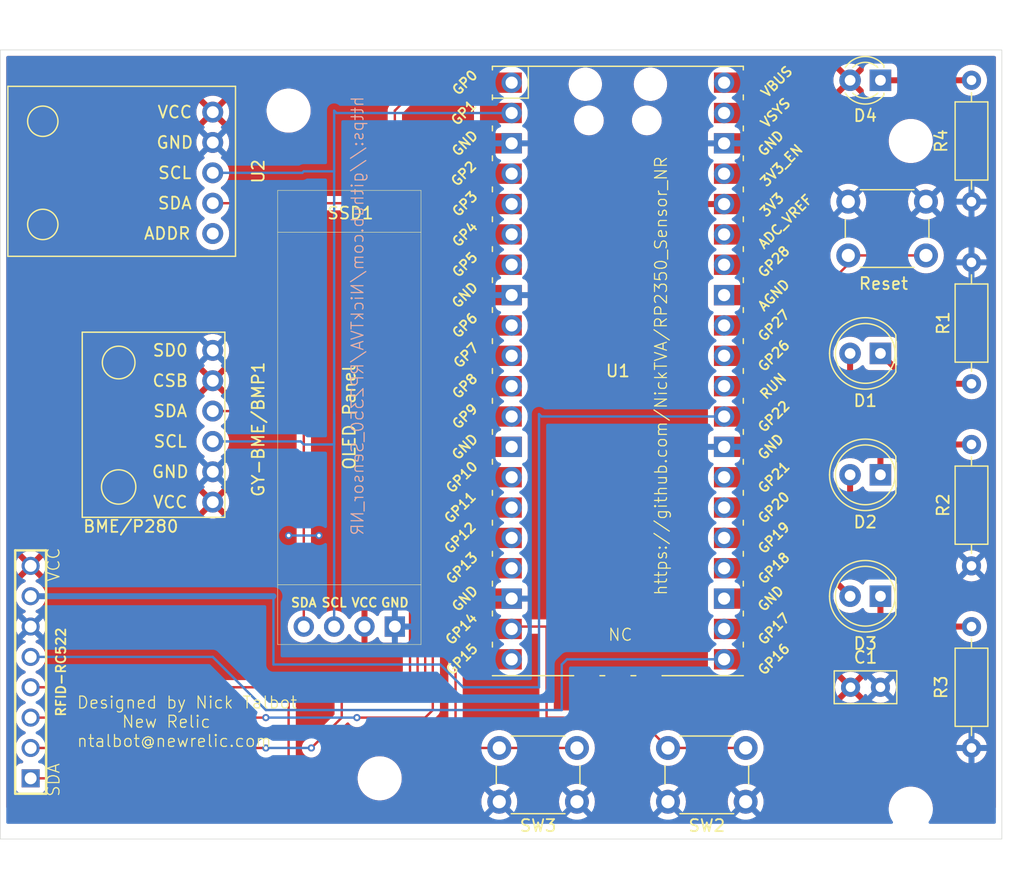
<source format=kicad_pcb>
(kicad_pcb (version 20240108) (generator "pcbnew") (generator_version "8.0")
  (layers (0 "F.Cu" signal) (31 "B.Cu" signal) (34 "B.Paste" user) (35 "F.Paste" user) (36 "B.SilkS" user "B.Silkscreen") (37 "F.SilkS" user "F.Silkscreen") (38 "B.Mask" user) (39 "F.Mask" user) (44 "Edge.Cuts" user))
  (net 0 "")
  (net 1 "Net-(D1-K)")
  (net 2 "Net-(D1-A)")
  (net 3 "Net-(D2-K)")
  (net 4 "Net-(D2-A)")
  (net 5 "Net-(D3-K)")
  (net 6 "Net-(D3-A)")
  (net 7 "Net-(D4-K)")
  (net 8 "+3.3V")
  (net 9 "/SDA")
  (net 10 "/SCL")
  (net 11 "GND")
  (net 12 "Net-(U1-RUN)")
  (net 13 "Net-(U1-GPIO14)")
  (net 14 "Net-(U1-GPIO15)")
  (net 36 "/MISO")
  (net 37 "/RFID_IRQ")
  (net 38 "/RFID_SDA")
  (net 39 "/RFID_RST")
  (net 40 "/MOSI")
  (net 41 "/RFID_SCK")
  (footprint "Resistor_THT:R_Axial_DIN0207_L6.3mm_D2.5mm_P10.16mm_Horizontal" (layer "F.Cu") (at 220.98 99.06 -90)
    (property "Reference" "R3")
    (property "Value" "R")
  )
  (footprint "Resistor_THT:R_Axial_DIN0207_L6.3mm_D2.5mm_P10.16mm_Horizontal" (layer "F.Cu") (at 220.98 78.74 90)
    (property "Reference" "R1")
    (property "Value" "R")
  )
  (footprint "Capacitor_THT:C_Disc_D5.0mm_W2.5mm_P2.50mm" (layer "F.Cu") (at 210.86 104.14)
    (property "Reference" "C1")
    (property "Value" "C")
  )
  (footprint "usini_sensors:module_bme280" (layer "F.Cu") (at 152.4 76.2 180)
    (property "Reference" "GY-BME/BMP1")
    (property "Value" "~")
  )
  (footprint "KiCad-SSD1306-0.91-OLED-4pin-128x32:SSD1306-0.91-OLED-4pin-128x32" (layer "F.Cu") (at 162.91 100.56 90)
    (property "Reference" "SSD1")
    (property "Value" "~")
  )
  (footprint "MountingHole:MountingHole_3.2mm_M3" (layer "F.Cu") (at 171.45 111.76)
    (property "Reference" "REF**" (hide yes))
    (property "Value" "MountingHole_3.2mm_M3")
  )
  (footprint "RFID-RC522:RFID-RC522" (layer "F.Cu") (at 142.24 102.87 90)
    (property "Reference" "RFID-RC522")
    (property "Value" "RFID-RC522")
    (property "VALUE" "" (hide yes))
  )
  (footprint "MountingHole:MountingHole_3.2mm_M3" (layer "F.Cu") (at 215.9 114.3)
    (property "Reference" "REF**" (hide yes))
    (property "Value" "MountingHole_3.2mm_M3")
  )
  (footprint "Resistor_THT:R_Axial_DIN0207_L6.3mm_D2.5mm_P10.16mm_Horizontal" (layer "F.Cu") (at 220.98 53.34 -90)
    (property "Reference" "R4")
    (property "Value" "R")
  )
  (footprint "MountingHole:MountingHole_3.2mm_M3" (layer "F.Cu") (at 215.9 58.42)
    (property "Reference" "REF**" (hide yes))
    (property "Value" "MountingHole_3.2mm_M3")
  )
  (footprint "LED_THT:LED_D5.0mm" (layer "F.Cu") (at 213.36 76.2 180)
    (property "Reference" "D1")
    (property "Value" "G-LED")
  )
  (footprint "LED_THT:LED_D5.0mm" (layer "F.Cu") (at 213.36 86.36 180)
    (property "Reference" "D2")
    (property "Value" "Y-LED")
  )
  (footprint "LED_THT:LED_D5.0mm" (layer "F.Cu") (at 213.36 96.52 180)
    (property "Reference" "D3")
    (property "Value" "R-LED")
  )
  (footprint "MCU_RaspberryPi_and_Boards:RPi_Pico_SMD_TH" (layer "F.Cu") (at 191.385 77.67)
    (property "Reference" "U1")
    (property "Value" "Pico")
  )
  (footprint "MountingHole:MountingHole_3.2mm_M3" (layer "F.Cu") (at 163.83 55.88)
    (property "Reference" "REF**" (hide yes))
    (property "Value" "MountingHole_3.2mm_M3")
  )
  (footprint "LED_THT:LED_D3.0mm" (layer "F.Cu") (at 213.36 53.34 180)
    (property "Reference" "D4")
    (property "Value" "PWR_LED")
  )
  (footprint "Button_Switch_THT:SW_PUSH_6mm" (layer "F.Cu") (at 217.17 68 180)
    (property "Reference" "Reset")
    (property "Value" "SW_Push")
  )
  (footprint "Resistor_THT:R_Axial_DIN0207_L6.3mm_D2.5mm_P10.16mm_Horizontal" (layer "F.Cu") (at 220.98 93.98 90)
    (property "Reference" "R2")
    (property "Value" "R")
  )
  (footprint "Button_Switch_THT:SW_PUSH_6mm" (layer "F.Cu") (at 202.08 113.72 180)
    (property "Reference" "SW2")
    (property "Value" "SW_Push")
  )
  (footprint "usini_sensors:module_bh1750" (layer "F.Cu") (at 157.48 56.007 180)
    (property "Reference" "U2")
    (property "Value" "module_bh1750")
  )
  (footprint "Button_Switch_THT:SW_PUSH_6mm" (layer "F.Cu") (at 187.96 113.72 180)
    (property "Reference" "SW3")
    (property "Value" "SW_Push")
  )
  (gr_rect (start 139.7 50.8) (end 223.52 116.84) (stroke (width 0.05)) (fill none) (layer "Edge.Cuts"))
  (gr_text "https://github.com/NickTVA/RP2350_Sensor_NR" (at 170.18 54.61 90) (layer "B.SilkS") (effects (font (size 1 1) (thickness 0.1)) (justify left bottom mirror)))
  (gr_text "NC" (at 190.5 100.33 0) (layer "F.SilkS") (effects (font (size 1 1) (thickness 0.1)) (justify left bottom)))
  (gr_text "Designed by Nick Talbot\n	New Relic\nntalbot@newrelic.com" (at 146.05 109.22 0) (layer "F.SilkS") (effects (font (size 1 1) (thickness 0.1)) (justify left bottom)))
  (gr_text "https://github.com/NickTVA/RP2350_Sensor_NR" (at 195.58 96.52 90) (layer "F.SilkS") (effects (font (size 1 1) (thickness 0.1)) (justify left bottom)))
  (segment (start 217.17 78.74) (end 220.98 78.74) (width 0.5) (layer "F.Cu") (net 1))
  (segment (start 214.63 77.47) (end 215.9 77.47) (width 0.5) (layer "F.Cu") (net 1))
  (segment (start 213.36 76.2) (end 214.63 77.47) (width 0.5) (layer "F.Cu") (net 1))
  (segment (start 215.9 77.47) (end 217.17 78.74) (width 0.5) (layer "F.Cu") (net 1))
  (segment (start 204.27 86.56) (end 200.275 86.56) (width 0.5) (layer "F.Cu") (net 2))
  (segment (start 210.82 76.2) (end 210.82 81.28) (width 0.5) (layer "F.Cu") (net 2))
  (segment (start 207.01 83.82) (end 204.27 86.56) (width 0.5) (layer "F.Cu") (net 2))
  (segment (start 210.82 81.28) (end 208.28 83.82) (width 0.5) (layer "F.Cu") (net 2))
  (segment (start 208.28 83.82) (end 207.01 83.82) (width 0.5) (layer "F.Cu") (net 2))
  (segment (start 213.36 86.36) (end 213.36 83.82) (width 0.5) (layer "F.Cu") (net 3))
  (segment (start 213.36 83.82) (end 220.98 83.82) (width 0.5) (layer "F.Cu") (net 3))
  (segment (start 210.62 89.1) (end 200.275 89.1) (width 0.5) (layer "F.Cu") (net 4))
  (segment (start 210.82 88.9) (end 210.62 89.1) (width 0.5) (layer "F.Cu") (net 4))
  (segment (start 210.82 86.36) (end 210.82 88.9) (width 0.5) (layer "F.Cu") (net 4))
  (segment (start 213.36 96.52) (end 213.36 99.06) (width 0.5) (layer "F.Cu") (net 5))
  (segment (start 213.36 99.06) (end 220.98 99.06) (width 0.5) (layer "F.Cu") (net 5))
  (segment (start 210.82 96.52) (end 205.94 91.64) (width 0.5) (layer "F.Cu") (net 6))
  (segment (start 205.94 91.64) (end 200.275 91.64) (width 0.5) (layer "F.Cu") (net 6))
  (segment (start 213.36 53.34) (end 220.98 53.34) (width 0.5) (layer "F.Cu") (net 7))
  (segment (start 205.74 58.42) (end 205.74 63.5) (width 0.5) (layer "F.Cu") (net 8))
  (segment (start 210.82 53.34) (end 205.74 58.42) (width 0.5) (layer "F.Cu") (net 8))
  (segment (start 205.54 63.7) (end 200.275 63.7) (width 0.5) (layer "F.Cu") (net 8))
  (segment (start 205.74 63.5) (end 205.54 63.7) (width 0.5) (layer "F.Cu") (net 8))
  (via (at 163.83 91.44) (size 0.6) (drill 0.3) (layers "F.Cu" "B.Cu") (net 8))
  (via (at 166.37 91.44) (size 0.6) (drill 0.3) (layers "F.Cu" "B.Cu") (net 8))
  (segment (start 163.83 91.44) (end 166.37 91.44) (width 0.2) (layer "B.Cu") (net 8))
  (segment (start 165.1 81.28) (end 165.1 99.06) (width 0.2) (layer "F.Cu") (net 9))
  (segment (start 165.1 63.627) (end 157.48 63.627) (width 0.2) (layer "F.Cu") (net 9))
  (segment (start 164.846 81.026) (end 165.1 81.28) (width 0.2) (layer "F.Cu") (net 9))
  (segment (start 157.48 81.026) (end 164.846 81.026) (width 0.2) (layer "F.Cu") (net 9))
  (segment (start 172.72 63.5) (end 170.18 63.5) (width 0.2) (layer "F.Cu") (net 9))
  (segment (start 170.053 63.627) (end 165.1 63.627) (width 0.2) (layer "F.Cu") (net 9))
  (segment (start 182.495 53.54) (end 175.06 53.54) (width 0.2) (layer "F.Cu") (net 9))
  (segment (start 165.1 63.627) (end 165.1 81.28) (width 0.2) (layer "F.Cu") (net 9))
  (segment (start 175.06 53.54) (end 172.72 55.88) (width 0.2) (layer "F.Cu") (net 9))
  (segment (start 170.18 63.5) (end 170.053 63.627) (width 0.2) (layer "F.Cu") (net 9))
  (segment (start 172.72 55.88) (end 172.72 63.5) (width 0.2) (layer "F.Cu") (net 9))
  (segment (start 167.64 60.96) (end 165.1 60.96) (width 0.2) (layer "B.Cu") (net 10))
  (segment (start 182.495 56.08) (end 167.84 56.08) (width 0.2) (layer "B.Cu") (net 10))
  (segment (start 167.64 81.28) (end 167.64 83.82) (width 0.2) (layer "B.Cu") (net 10))
  (segment (start 167.64 83.82) (end 165.1 83.82) (width 0.2) (layer "B.Cu") (net 10))
  (segment (start 167.64 81.28) (end 167.64 99.06) (width 0.2) (layer "B.Cu") (net 10))
  (segment (start 167.64 60.96) (end 167.64 81.28) (width 0.2) (layer "B.Cu") (net 10))
  (segment (start 165.1 83.82) (end 164.846 83.566) (width 0.2) (layer "B.Cu") (net 10))
  (segment (start 167.64 55.88) (end 167.64 60.96) (width 0.2) (layer "B.Cu") (net 10))
  (segment (start 164.846 83.566) (end 157.48 83.566) (width 0.2) (layer "B.Cu") (net 10))
  (segment (start 167.84 56.08) (end 167.64 55.88) (width 0.2) (layer "B.Cu") (net 10))
  (segment (start 165.1 60.96) (end 164.973 61.087) (width 0.2) (layer "B.Cu") (net 10))
  (segment (start 164.973 61.087) (end 157.48 61.087) (width 0.2) (layer "B.Cu") (net 10))
  (segment (start 205.74 73.66) (end 205.74 78.74) (width 0.2) (layer "F.Cu") (net 12))
  (segment (start 210.67 68.73) (end 205.74 73.66) (width 0.2) (layer "F.Cu") (net 12))
  (segment (start 205.54 78.94) (end 200.275 78.94) (width 0.2) (layer "F.Cu") (net 12))
  (segment (start 205.74 78.74) (end 205.54 78.94) (width 0.2) (layer "F.Cu") (net 12))
  (segment (start 210.67 68) (end 217.17 68) (width 0.2) (layer "F.Cu") (net 12))
  (segment (start 185.42 99.06) (end 182.695 99.06) (width 0.2) (layer "F.Cu") (net 13))
  (segment (start 182.695 99.06) (end 182.495 99.26) (width 0.2) (layer "F.Cu") (net 13))
  (segment (start 185.42 106.68) (end 185.42 99.06) (width 0.2) (layer "F.Cu") (net 13))
  (segment (start 193.04 106.68) (end 185.42 106.68) (width 0.2) (layer "F.Cu") (net 13))
  (segment (start 195.58 109.22) (end 193.04 106.68) (width 0.2) (layer "F.Cu") (net 13))
  (segment (start 195.58 109.22) (end 202.08 109.22) (width 0.2) (layer "F.Cu") (net 13))
  (segment (start 181.46 109.22) (end 187.96 109.22) (width 0.2) (layer "F.Cu") (net 14))
  (segment (start 177.8 101.6) (end 180.34 101.6) (width 0.2) (layer "F.Cu") (net 14))
  (segment (start 180.34 101.6) (end 180.54 101.8) (width 0.2) (layer "F.Cu") (net 14))
  (segment (start 180.54 101.8) (end 182.495 101.8) (width 0.2) (layer "F.Cu") (net 14))
  (segment (start 177.8 109.22) (end 177.8 101.6) (width 0.2) (layer "F.Cu") (net 14))
  (segment (start 181.46 109.22) (end 177.8 109.22) (width 0.2) (layer "F.Cu") (net 14))
  (segment (start 174.425 66.24) (end 173.99 66.675) (width 0.2) (layer "F.Cu") (net 36))
  (segment (start 162.56 103.505) (end 162.56 104.14) (width 0.2) (layer "F.Cu") (net 36))
  (segment (start 173.99 66.675) (end 173.99 103.505) (width 0.2) (layer "F.Cu") (net 36))
  (segment (start 173.99 103.505) (end 162.56 103.505) (width 0.2) (layer "F.Cu") (net 36))
  (segment (start 162.56 104.14) (end 142.24 104.14) (width 0.2) (layer "F.Cu") (net 36))
  (segment (start 182.495 66.24) (end 174.425 66.24) (width 0.2) (layer "F.Cu") (net 36))
  (segment (start 187.125 101.8) (end 186.69 102.235) (width 0.2) (layer "B.Cu") (net 37))
  (segment (start 186.69 106.045) (end 161.925 106.045) (width 0.2) (layer "B.Cu") (net 37))
  (segment (start 200.275 101.8) (end 187.125 101.8) (width 0.2) (layer "B.Cu") (net 37))
  (segment (start 161.925 106.045) (end 157.48 101.6) (width 0.2) (layer "B.Cu") (net 37))
  (segment (start 157.48 101.6) (end 142.24 101.6) (width 0.2) (layer "B.Cu") (net 37))
  (segment (start 186.69 102.235) (end 186.69 106.045) (width 0.2) (layer "B.Cu") (net 37))
  (segment (start 174.625 103.505) (end 173.99 104.14) (width 0.2) (layer "F.Cu") (net 38))
  (segment (start 163.83 111.125) (end 163.195 111.76) (width 0.2) (layer "F.Cu") (net 38))
  (segment (start 163.195 111.76) (end 142.24 111.76) (width 0.2) (layer "F.Cu") (net 38))
  (segment (start 174.625 68.58) (end 174.625 103.505) (width 0.2) (layer "F.Cu") (net 38))
  (segment (start 173.99 104.14) (end 163.83 104.14) (width 0.2) (layer "F.Cu") (net 38))
  (segment (start 174.825 68.78) (end 174.625 68.58) (width 0.2) (layer "F.Cu") (net 38))
  (segment (start 182.495 68.78) (end 174.825 68.78) (width 0.2) (layer "F.Cu") (net 38))
  (segment (start 163.83 104.14) (end 163.83 111.125) (width 0.2) (layer "F.Cu") (net 38))
  (segment (start 162.56 96.52) (end 162.56 102.235) (width 0.2) (layer "B.Cu") (net 39))
  (segment (start 162.56 102.235) (end 176.53 102.235) (width 0.2) (layer "B.Cu") (net 39))
  (segment (start 178.435 104.14) (end 184.785 104.14) (width 0.2) (layer "B.Cu") (net 39))
  (segment (start 184.785 104.14) (end 184.785 81.28) (width 0.2) (layer "B.Cu") (net 39))
  (segment (start 184.985 81.48) (end 200.275 81.48) (width 0.2) (layer "B.Cu") (net 39))
  (segment (start 184.785 81.28) (end 184.985 81.48) (width 0.2) (layer "B.Cu") (net 39))
  (segment (start 176.53 102.235) (end 178.435 104.14) (width 0.2) (layer "B.Cu") (net 39))
  (segment (start 142.24 96.52) (end 162.56 96.52) (width 0.5) (layer "B.Cu") (net 39))
  (segment (start 175.895 106.045) (end 175.26 106.68) (width 0.2) (layer "F.Cu") (net 40))
  (segment (start 175.26 106.68) (end 169.545 106.68) (width 0.2) (layer "F.Cu") (net 40))
  (segment (start 176.33 76.4) (end 175.895 76.835) (width 0.2) (layer "F.Cu") (net 40))
  (segment (start 182.495 76.4) (end 176.33 76.4) (width 0.2) (layer "F.Cu") (net 40))
  (segment (start 142.24 106.68) (end 161.925 106.68) (width 0.2) (layer "F.Cu") (net 40))
  (segment (start 175.895 76.835) (end 175.895 106.045) (width 0.2) (layer "F.Cu") (net 40))
  (via (at 161.925 106.68) (size 0.6) (drill 0.3) (layers "F.Cu" "B.Cu") (net 40))
  (via (at 169.545 106.68) (size 0.6) (drill 0.3) (layers "F.Cu" "B.Cu") (net 40))
  (segment (start 161.925 106.68) (end 169.545 106.68) (width 0.2) (layer "B.Cu") (net 40))
  (segment (start 175.26 104.14) (end 175.26 73.66) (width 0.2) (layer "F.Cu") (net 41))
  (segment (start 168.275 106.68) (end 168.275 104.775) (width 0.2) (layer "F.Cu") (net 41))
  (segment (start 174.625 104.775) (end 175.26 104.14) (width 0.2) (layer "F.Cu") (net 41))
  (segment (start 165.735 109.22) (end 168.275 106.68) (width 0.2) (layer "F.Cu") (net 41))
  (segment (start 175.26 73.66) (end 175.46 73.86) (width 0.2) (layer "F.Cu") (net 41))
  (segment (start 175.46 73.86) (end 182.495 73.86) (width 0.2) (layer "F.Cu") (net 41))
  (segment (start 168.275 104.775) (end 174.625 104.775) (width 0.2) (layer "F.Cu") (net 41))
  (segment (start 142.24 109.22) (end 161.925 109.22) (width 0.2) (layer "F.Cu") (net 41))
  (via (at 165.735 109.22) (size 0.6) (drill 0.3) (layers "F.Cu" "B.Cu") (net 41))
  (via (at 161.925 109.22) (size 0.6) (drill 0.3) (layers "F.Cu" "B.Cu") (net 41))
  (segment (start 161.925 109.22) (end 165.735 109.22) (width 0.2) (layer "B.Cu") (net 41))
  (zone (net 8) (net_name "+3.3V") (layer "F.Cu") (connect_pads (clearance 0.5)) (min_thickness 0.25) (fill yes (thermal_gap 0.5) (thermal_bridge_width 0.5))
    (polygon (pts (xy 139.7 50.8) (xy 139.7 114.3) (xy 223.52 114.3) (xy 223.52 50.8)))
  )
  (zone (net 11) (net_name "GND") (layer "B.Cu") (priority 1) (connect_pads (clearance 0.5)) (min_thickness 0.25) (fill yes (thermal_gap 0.5) (thermal_bridge_width 0.5))
    (polygon (pts (xy 139.7 50.8) (xy 139.7 115.57) (xy 223.52 115.57) (xy 223.52 50.8)))
  )
)
</source>
